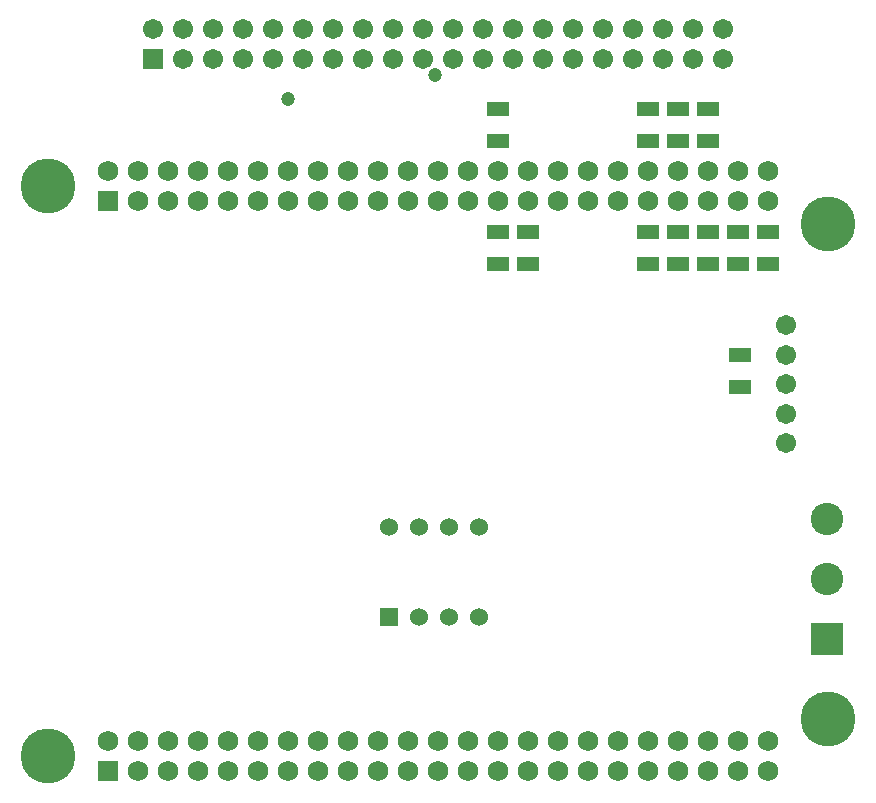
<source format=gbs>
G04*
G04 #@! TF.GenerationSoftware,Altium Limited,Altium Designer,20.0.7 (75)*
G04*
G04 Layer_Color=16711935*
%FSLAX44Y44*%
%MOMM*%
G71*
G01*
G75*
%ADD15R,1.9032X1.3032*%
%ADD17C,1.7272*%
%ADD18R,1.7272X1.7272*%
%ADD19C,1.7032*%
%ADD20R,1.7032X1.7032*%
%ADD21C,1.5240*%
%ADD22R,2.7432X2.7432*%
%ADD23C,2.7432*%
%ADD24R,1.5240X1.5240*%
%ADD25C,4.6482*%
%ADD26C,1.2032*%
D15*
X731520Y371640D02*
D03*
Y344640D02*
D03*
X679450Y475780D02*
D03*
Y448780D02*
D03*
X654050Y475780D02*
D03*
Y448780D02*
D03*
Y579920D02*
D03*
Y552920D02*
D03*
X679450Y579920D02*
D03*
Y552920D02*
D03*
X704850Y579920D02*
D03*
Y552920D02*
D03*
X755650Y448780D02*
D03*
Y475780D02*
D03*
X730250Y448780D02*
D03*
Y475780D02*
D03*
X704850Y448780D02*
D03*
Y475780D02*
D03*
X527050Y552920D02*
D03*
Y579920D02*
D03*
X552450Y448780D02*
D03*
Y475780D02*
D03*
X527050D02*
D03*
Y448780D02*
D03*
D17*
X755650Y44450D02*
D03*
Y19050D02*
D03*
X730250Y44450D02*
D03*
Y19050D02*
D03*
X704850Y44450D02*
D03*
Y19050D02*
D03*
X679450Y44450D02*
D03*
Y19050D02*
D03*
X654050Y44450D02*
D03*
Y19050D02*
D03*
X628650Y44450D02*
D03*
Y19050D02*
D03*
X603250Y44450D02*
D03*
Y19050D02*
D03*
X577850Y44450D02*
D03*
Y19050D02*
D03*
X552450Y44450D02*
D03*
Y19050D02*
D03*
X527050Y44450D02*
D03*
Y19050D02*
D03*
X501650Y44450D02*
D03*
Y19050D02*
D03*
X476250Y44450D02*
D03*
Y19050D02*
D03*
X450850Y44450D02*
D03*
Y19050D02*
D03*
X425450Y44450D02*
D03*
Y19050D02*
D03*
X400050Y44450D02*
D03*
Y19050D02*
D03*
X374650Y44450D02*
D03*
Y19050D02*
D03*
X349250Y44450D02*
D03*
Y19050D02*
D03*
X323850Y44450D02*
D03*
Y19050D02*
D03*
X298450Y44450D02*
D03*
Y19050D02*
D03*
X273050Y44450D02*
D03*
Y19050D02*
D03*
X247650Y44450D02*
D03*
Y19050D02*
D03*
X222250Y44450D02*
D03*
Y19050D02*
D03*
X196850Y44450D02*
D03*
Y527050D02*
D03*
X222250Y501650D02*
D03*
Y527050D02*
D03*
X247650Y501650D02*
D03*
Y527050D02*
D03*
X273050Y501650D02*
D03*
Y527050D02*
D03*
X298450Y501650D02*
D03*
Y527050D02*
D03*
X323850Y501650D02*
D03*
Y527050D02*
D03*
X349250Y501650D02*
D03*
Y527050D02*
D03*
X374650Y501650D02*
D03*
Y527050D02*
D03*
X400050Y501650D02*
D03*
Y527050D02*
D03*
X425450Y501650D02*
D03*
Y527050D02*
D03*
X450850Y501650D02*
D03*
Y527050D02*
D03*
X476250Y501650D02*
D03*
Y527050D02*
D03*
X501650Y501650D02*
D03*
Y527050D02*
D03*
X527050Y501650D02*
D03*
Y527050D02*
D03*
X552450Y501650D02*
D03*
Y527050D02*
D03*
X577850Y501650D02*
D03*
Y527050D02*
D03*
X603250Y501650D02*
D03*
Y527050D02*
D03*
X628650Y501650D02*
D03*
Y527050D02*
D03*
X654050Y501650D02*
D03*
Y527050D02*
D03*
X679450Y501650D02*
D03*
Y527050D02*
D03*
X704850Y501650D02*
D03*
Y527050D02*
D03*
X730250Y501650D02*
D03*
Y527050D02*
D03*
X755650Y501650D02*
D03*
Y527050D02*
D03*
D18*
X196850Y19050D02*
D03*
Y501650D02*
D03*
D19*
X717550Y647700D02*
D03*
Y622300D02*
D03*
X692150Y647700D02*
D03*
Y622300D02*
D03*
X666750Y647700D02*
D03*
Y622300D02*
D03*
X641350Y647700D02*
D03*
Y622300D02*
D03*
X615950Y647700D02*
D03*
Y622300D02*
D03*
X590550Y647700D02*
D03*
Y622300D02*
D03*
X565150Y647700D02*
D03*
Y622300D02*
D03*
X539750Y647700D02*
D03*
Y622300D02*
D03*
X514350Y647700D02*
D03*
Y622300D02*
D03*
X488950Y647700D02*
D03*
Y622300D02*
D03*
X463550Y647700D02*
D03*
Y622300D02*
D03*
X438150Y647700D02*
D03*
Y622300D02*
D03*
X412750Y647700D02*
D03*
Y622300D02*
D03*
X387350Y647700D02*
D03*
Y622300D02*
D03*
X361950Y647700D02*
D03*
Y622300D02*
D03*
X336550Y647700D02*
D03*
Y622300D02*
D03*
X311150Y647700D02*
D03*
Y622300D02*
D03*
X285750Y647700D02*
D03*
Y622300D02*
D03*
X260350Y647700D02*
D03*
Y622300D02*
D03*
X234950Y647700D02*
D03*
X770890Y371710D02*
D03*
Y346710D02*
D03*
Y296710D02*
D03*
Y321710D02*
D03*
Y396710D02*
D03*
D20*
X234950Y622300D02*
D03*
D21*
X459740Y226060D02*
D03*
X485140D02*
D03*
X459740Y149860D02*
D03*
X485140D02*
D03*
X510540D02*
D03*
Y226060D02*
D03*
X434340D02*
D03*
D22*
X805180Y130810D02*
D03*
D23*
Y181610D02*
D03*
Y232410D02*
D03*
D24*
X434340Y149860D02*
D03*
D25*
X146050Y514350D02*
D03*
X806450Y482600D02*
D03*
Y63500D02*
D03*
X146050Y31750D02*
D03*
D26*
X349250Y588010D02*
D03*
X473710Y608330D02*
D03*
M02*

</source>
